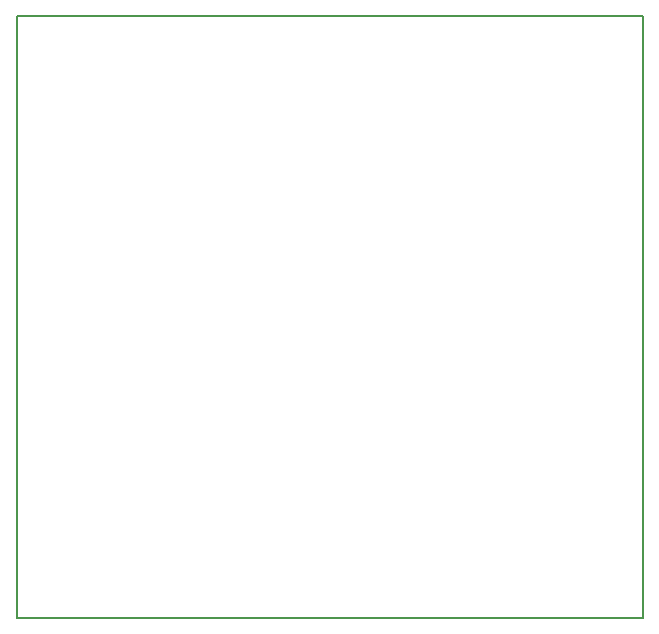
<source format=gbr>
G04 #@! TF.FileFunction,Profile,NP*
%FSLAX46Y46*%
G04 Gerber Fmt 4.6, Leading zero omitted, Abs format (unit mm)*
G04 Created by KiCad (PCBNEW 4.0.5+dfsg1-4) date Tue Aug 14 14:25:04 2018*
%MOMM*%
%LPD*%
G01*
G04 APERTURE LIST*
%ADD10C,0.100000*%
%ADD11C,0.150000*%
G04 APERTURE END LIST*
D10*
D11*
X49500000Y-82000000D02*
X49500000Y-131500000D01*
X102500000Y-80500000D02*
X102500000Y-82000000D01*
X49500000Y-80500000D02*
X49500000Y-82000000D01*
X102500000Y-80500000D02*
X49500000Y-80500000D01*
X102500000Y-131500000D02*
X49500000Y-131500000D01*
X102500000Y-82000000D02*
X102500000Y-131500000D01*
M02*

</source>
